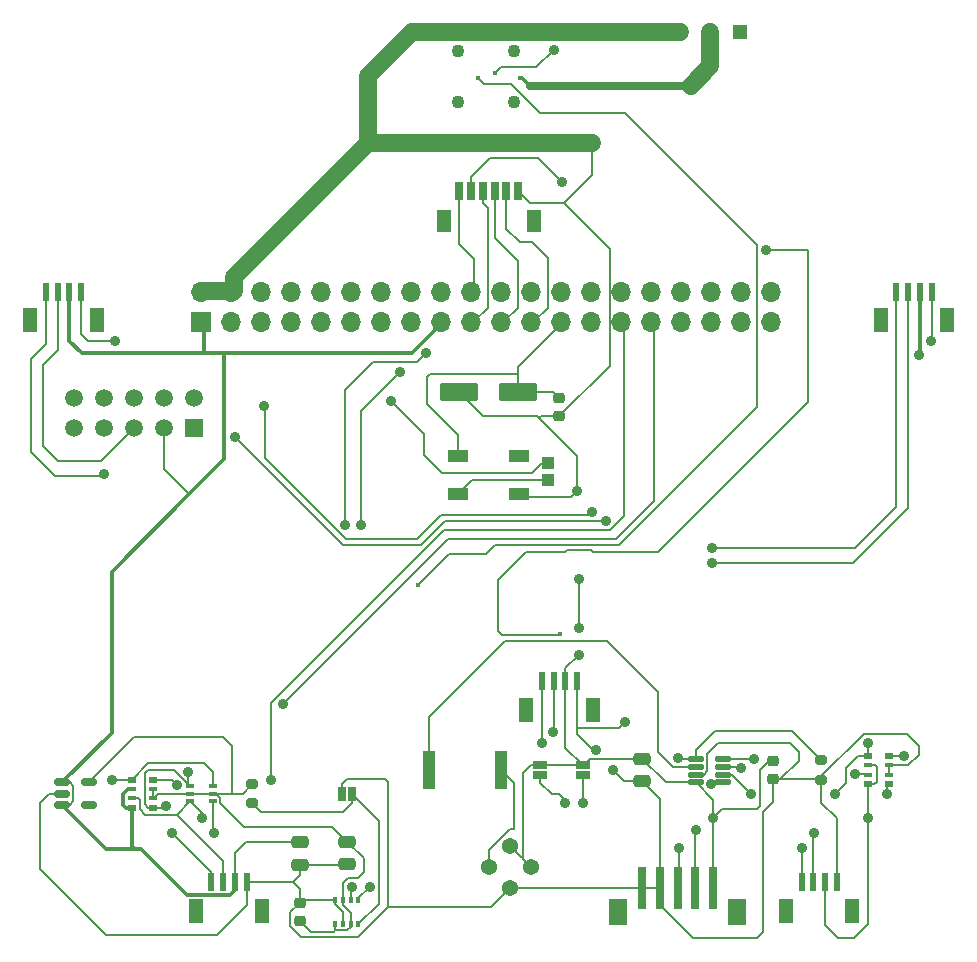
<source format=gtl>
%TF.GenerationSoftware,KiCad,Pcbnew,9.0.7*%
%TF.CreationDate,2026-01-09T12:44:47-06:00*%
%TF.ProjectId,dreamV1_0,64726561-6d56-4315-9f30-2e6b69636164,1*%
%TF.SameCoordinates,Original*%
%TF.FileFunction,Copper,L1,Top*%
%TF.FilePolarity,Positive*%
%FSLAX46Y46*%
G04 Gerber Fmt 4.6, Leading zero omitted, Abs format (unit mm)*
G04 Created by KiCad (PCBNEW 9.0.7) date 2026-01-09 12:44:47*
%MOMM*%
%LPD*%
G01*
G04 APERTURE LIST*
G04 Aperture macros list*
%AMRoundRect*
0 Rectangle with rounded corners*
0 $1 Rounding radius*
0 $2 $3 $4 $5 $6 $7 $8 $9 X,Y pos of 4 corners*
0 Add a 4 corners polygon primitive as box body*
4,1,4,$2,$3,$4,$5,$6,$7,$8,$9,$2,$3,0*
0 Add four circle primitives for the rounded corners*
1,1,$1+$1,$2,$3*
1,1,$1+$1,$4,$5*
1,1,$1+$1,$6,$7*
1,1,$1+$1,$8,$9*
0 Add four rect primitives between the rounded corners*
20,1,$1+$1,$2,$3,$4,$5,0*
20,1,$1+$1,$4,$5,$6,$7,0*
20,1,$1+$1,$6,$7,$8,$9,0*
20,1,$1+$1,$8,$9,$2,$3,0*%
G04 Aperture macros list end*
%TA.AperFunction,SMDPad,CuDef*%
%ADD10R,0.700000X3.600000*%
%TD*%
%TA.AperFunction,SMDPad,CuDef*%
%ADD11R,1.500000X2.300000*%
%TD*%
%TA.AperFunction,SMDPad,CuDef*%
%ADD12R,1.270000X0.635000*%
%TD*%
%TA.AperFunction,SMDPad,CuDef*%
%ADD13RoundRect,0.150000X-0.512500X-0.150000X0.512500X-0.150000X0.512500X0.150000X-0.512500X0.150000X0*%
%TD*%
%TA.AperFunction,SMDPad,CuDef*%
%ADD14R,0.350000X0.500000*%
%TD*%
%TA.AperFunction,SMDPad,CuDef*%
%ADD15RoundRect,0.225000X0.250000X-0.225000X0.250000X0.225000X-0.250000X0.225000X-0.250000X-0.225000X0*%
%TD*%
%TA.AperFunction,SMDPad,CuDef*%
%ADD16R,0.600000X1.550000*%
%TD*%
%TA.AperFunction,SMDPad,CuDef*%
%ADD17R,1.200000X2.000000*%
%TD*%
%TA.AperFunction,SMDPad,CuDef*%
%ADD18RoundRect,0.200000X0.275000X-0.200000X0.275000X0.200000X-0.275000X0.200000X-0.275000X-0.200000X0*%
%TD*%
%TA.AperFunction,SMDPad,CuDef*%
%ADD19R,0.660400X1.549400*%
%TD*%
%TA.AperFunction,SMDPad,CuDef*%
%ADD20R,1.193800X1.854200*%
%TD*%
%TA.AperFunction,SMDPad,CuDef*%
%ADD21RoundRect,0.250000X-0.475000X0.250000X-0.475000X-0.250000X0.475000X-0.250000X0.475000X0.250000X0*%
%TD*%
%TA.AperFunction,SMDPad,CuDef*%
%ADD22RoundRect,0.100000X-0.225000X-0.100000X0.225000X-0.100000X0.225000X0.100000X-0.225000X0.100000X0*%
%TD*%
%TA.AperFunction,SMDPad,CuDef*%
%ADD23RoundRect,0.125000X-0.537500X-0.125000X0.537500X-0.125000X0.537500X0.125000X-0.537500X0.125000X0*%
%TD*%
%TA.AperFunction,SMDPad,CuDef*%
%ADD24R,0.800000X0.500000*%
%TD*%
%TA.AperFunction,SMDPad,CuDef*%
%ADD25R,0.800000X0.400000*%
%TD*%
%TA.AperFunction,ComponentPad*%
%ADD26R,1.508000X1.508000*%
%TD*%
%TA.AperFunction,ComponentPad*%
%ADD27C,1.508000*%
%TD*%
%TA.AperFunction,ComponentPad*%
%ADD28C,1.295400*%
%TD*%
%TA.AperFunction,ComponentPad*%
%ADD29R,1.295400X1.295400*%
%TD*%
%TA.AperFunction,SMDPad,CuDef*%
%ADD30R,0.635000X1.270000*%
%TD*%
%TA.AperFunction,SMDPad,CuDef*%
%ADD31R,1.651000X1.000000*%
%TD*%
%TA.AperFunction,SMDPad,CuDef*%
%ADD32R,1.020000X1.040000*%
%TD*%
%TA.AperFunction,SMDPad,CuDef*%
%ADD33R,1.070000X3.270000*%
%TD*%
%TA.AperFunction,SMDPad,CuDef*%
%ADD34RoundRect,0.225000X-0.250000X0.225000X-0.250000X-0.225000X0.250000X-0.225000X0.250000X0.225000X0*%
%TD*%
%TA.AperFunction,SMDPad,CuDef*%
%ADD35RoundRect,0.197500X-1.402500X-0.592500X1.402500X-0.592500X1.402500X0.592500X-1.402500X0.592500X0*%
%TD*%
%TA.AperFunction,ComponentPad*%
%ADD36R,1.700000X1.700000*%
%TD*%
%TA.AperFunction,ComponentPad*%
%ADD37O,1.700000X1.700000*%
%TD*%
%TA.AperFunction,ComponentPad*%
%ADD38C,1.371600*%
%TD*%
%TA.AperFunction,ComponentPad*%
%ADD39C,1.100000*%
%TD*%
%TA.AperFunction,ViaPad*%
%ADD40C,0.900000*%
%TD*%
%TA.AperFunction,ViaPad*%
%ADD41C,0.400000*%
%TD*%
%TA.AperFunction,Conductor*%
%ADD42C,0.200000*%
%TD*%
%TA.AperFunction,Conductor*%
%ADD43C,0.150000*%
%TD*%
%TA.AperFunction,Conductor*%
%ADD44C,1.500000*%
%TD*%
%TA.AperFunction,Conductor*%
%ADD45C,0.300000*%
%TD*%
%TA.AperFunction,Conductor*%
%ADD46C,0.700000*%
%TD*%
G04 APERTURE END LIST*
D10*
%TO.P,J3,1*%
%TO.N,+5V*%
X109000000Y-124950000D03*
%TO.P,J3,2*%
%TO.N,/GPIO27{slash}SDA3*%
X107500000Y-124950000D03*
%TO.P,J3,3*%
%TO.N,/GPIO22{slash}SCL3*%
X106000000Y-124950000D03*
%TO.P,J3,4*%
%TO.N,GND*%
X104500000Y-124950000D03*
%TO.P,J3,5*%
X103000000Y-124950000D03*
D11*
%TO.P,J3,Z1*%
%TO.N,N/C*%
X111050000Y-127000000D03*
%TO.P,J3,Z2*%
X100950000Y-127000000D03*
%TD*%
D12*
%TO.P,JP3,1,A*%
%TO.N,/INA_ADD1*%
X98000000Y-115406400D03*
%TO.P,JP3,2,B*%
%TO.N,+5V*%
X98000000Y-114593600D03*
%TD*%
D13*
%TO.P,U1,1,VIN*%
%TO.N,+3V3*%
X53862500Y-116050000D03*
%TO.P,U1,2,GND*%
%TO.N,GND*%
X53862500Y-117000000D03*
%TO.P,U1,3,EN*%
%TO.N,+3V3*%
X53862500Y-117950000D03*
%TO.P,U1,4,NC*%
%TO.N,unconnected-(U1-NC-Pad4)*%
X56137500Y-117950000D03*
%TO.P,U1,5,VOUT*%
%TO.N,BME_3V3*%
X56137500Y-116050000D03*
%TD*%
D14*
%TO.P,U2,1,GND*%
%TO.N,GND*%
X77025000Y-125975000D03*
%TO.P,U2,2,CSB*%
%TO.N,BME_3V3*%
X77675000Y-125975000D03*
%TO.P,U2,3,SDI*%
%TO.N,/BME_SDA*%
X78325000Y-125975000D03*
%TO.P,U2,4,SCK*%
%TO.N,/BME_SCL*%
X78975000Y-125975000D03*
%TO.P,U2,5,SDO*%
%TO.N,/BME_ADD*%
X78975000Y-128025000D03*
%TO.P,U2,6,VDDIO*%
%TO.N,BME_3V3*%
X78325000Y-128025000D03*
%TO.P,U2,7,GND*%
%TO.N,GND*%
X77675000Y-128025000D03*
%TO.P,U2,8,VDD*%
%TO.N,BME_3V3*%
X77025000Y-128025000D03*
%TD*%
D15*
%TO.P,C6,1*%
%TO.N,+5V*%
X96000000Y-85061050D03*
%TO.P,C6,2*%
%TO.N,GND*%
X96000000Y-83511050D03*
%TD*%
D16*
%TO.P,J4,1,Pin_1*%
%TO.N,GND*%
X119500000Y-124489000D03*
%TO.P,J4,2,Pin_2*%
%TO.N,+5V*%
X118500000Y-124489000D03*
%TO.P,J4,3,Pin_3*%
%TO.N,/GPIO27{slash}SDA3*%
X117500000Y-124489000D03*
%TO.P,J4,4,Pin_4*%
%TO.N,/GPIO22{slash}SCL3*%
X116500000Y-124489000D03*
D17*
%TO.P,J4,NC1,NC*%
%TO.N,unconnected-(J4-NC-PadNC1)*%
X120800000Y-126914000D03*
%TO.P,J4,NC2,NC*%
%TO.N,unconnected-(J4-NC-PadNC2)*%
X115200000Y-126914000D03*
%TD*%
D18*
%TO.P,R2,1*%
%TO.N,/BME_ADD*%
X70000000Y-117825000D03*
%TO.P,R2,2*%
%TO.N,BME_3V3*%
X70000000Y-116175000D03*
%TD*%
D19*
%TO.P,J7,1,1*%
%TO.N,+5V*%
X92500000Y-66000000D03*
%TO.P,J7,2,2*%
%TO.N,/GPIO11{slash}SPI0.SCLK*%
X91500000Y-66000000D03*
%TO.P,J7,3,3*%
%TO.N,/GPIO9{slash}SPI0.MISO*%
X90499999Y-66000000D03*
%TO.P,J7,4,4*%
%TO.N,/GPIO10{slash}SPI0.MOSI*%
X89500001Y-66000000D03*
%TO.P,J7,5,5*%
%TO.N,/GPIO8{slash}SPI0.CE0*%
X88500000Y-66000000D03*
%TO.P,J7,6,6*%
%TO.N,GND*%
X87500000Y-66000000D03*
D20*
%TO.P,J7,7*%
%TO.N,N/C*%
X86200000Y-68525014D03*
%TO.P,J7,8*%
X93800000Y-68525014D03*
%TD*%
D21*
%TO.P,C4,1*%
%TO.N,+5V*%
X103000000Y-114050000D03*
%TO.P,C4,2*%
%TO.N,GND*%
X103000000Y-115950000D03*
%TD*%
D22*
%TO.P,Q1,1,S*%
%TO.N,/BME_SCL*%
X64746667Y-116350000D03*
%TO.P,Q1,2,G*%
%TO.N,BME_3V3*%
X64746667Y-117000000D03*
%TO.P,Q1,3,D*%
%TO.N,/GPIO5{slash}SDA5*%
X64746667Y-117650000D03*
%TO.P,Q1,4,S*%
%TO.N,/BME_SDA*%
X66646667Y-117650000D03*
%TO.P,Q1,5,G*%
%TO.N,BME_3V3*%
X66646667Y-117000000D03*
%TO.P,Q1,6,D*%
%TO.N,/GPIO6{slash}SCL5*%
X66646667Y-116350000D03*
%TD*%
D23*
%TO.P,U3,1,IN+*%
%TO.N,/INA+*%
X107530000Y-114100000D03*
%TO.P,U3,2,IN-*%
%TO.N,Net-(U3-IN-)*%
X107530000Y-114750000D03*
%TO.P,U3,3,GND*%
%TO.N,GND*%
X107530000Y-115400000D03*
%TO.P,U3,4,VS*%
%TO.N,+5V*%
X107530000Y-116050000D03*
%TO.P,U3,5,SCL*%
%TO.N,/GPIO24{slash}SCL4*%
X109805000Y-116050000D03*
%TO.P,U3,6,SDA*%
%TO.N,/GPIO23{slash}SDA4*%
X109805000Y-115400000D03*
%TO.P,U3,7,A0*%
%TO.N,/INA_ADD0*%
X109805000Y-114750000D03*
%TO.P,U3,8,A1*%
%TO.N,/INA_ADD1*%
X109805000Y-114100000D03*
%TD*%
D16*
%TO.P,J2,1,Pin_1*%
%TO.N,GND*%
X69500000Y-124489000D03*
%TO.P,J2,2,Pin_2*%
%TO.N,+3V3*%
X68500000Y-124489000D03*
%TO.P,J2,3,Pin_3*%
%TO.N,/GPIO5{slash}SDA5*%
X67500000Y-124489000D03*
%TO.P,J2,4,Pin_4*%
%TO.N,/GPIO6{slash}SCL5*%
X66500000Y-124489000D03*
D17*
%TO.P,J2,NC1,NC*%
%TO.N,unconnected-(J2-NC-PadNC1)*%
X70800000Y-126914000D03*
%TO.P,J2,NC2,NC*%
%TO.N,unconnected-(J2-NC-PadNC2)*%
X65200000Y-126914000D03*
%TD*%
D24*
%TO.P,R5,1*%
%TO.N,/GPIO23{slash}SDA4*%
X122100000Y-113800000D03*
D25*
%TO.P,R5,2*%
%TO.N,+5V*%
X122100000Y-114600000D03*
%TO.P,R5,3*%
%TO.N,/GPIO24{slash}SCL4*%
X122100000Y-115400000D03*
D24*
%TO.P,R5,4*%
%TO.N,+5V*%
X122100000Y-116200000D03*
%TO.P,R5,5*%
%TO.N,/INA_ADD0*%
X123900000Y-116200000D03*
D25*
%TO.P,R5,6*%
%TO.N,GND*%
X123900000Y-115400000D03*
%TO.P,R5,7*%
X123900000Y-114600000D03*
D24*
%TO.P,R5,8*%
%TO.N,/INA_ADD1*%
X123900000Y-113800000D03*
%TD*%
D26*
%TO.P,J5,1,1*%
%TO.N,GND*%
X65080000Y-86020000D03*
D27*
%TO.P,J5,2,2*%
%TO.N,unconnected-(J5-Pad2)*%
X65080000Y-83480000D03*
%TO.P,J5,3,3*%
%TO.N,+3V3*%
X62540000Y-86020000D03*
%TO.P,J5,4,4*%
%TO.N,GND*%
X62540000Y-83480000D03*
%TO.P,J5,5,5*%
%TO.N,/GPIO14{slash}TXD0*%
X60000000Y-86020000D03*
%TO.P,J5,6,6*%
%TO.N,GND*%
X60000000Y-83480000D03*
%TO.P,J5,7,7*%
%TO.N,/GPIO15{slash}RXD0*%
X57460000Y-86020000D03*
%TO.P,J5,8,8*%
%TO.N,unconnected-(J5-Pad8)*%
X57460000Y-83480000D03*
%TO.P,J5,9,9*%
%TO.N,unconnected-(J5-Pad9)*%
X54920000Y-86020000D03*
%TO.P,J5,10,10*%
%TO.N,unconnected-(J5-Pad10)*%
X54920000Y-83480000D03*
%TD*%
D28*
%TO.P,S1,1,com*%
%TO.N,/5V_BUS_USB*%
X108760000Y-52500000D03*
%TO.P,S1,2,A*%
%TO.N,+5V*%
X106220000Y-52500000D03*
D29*
%TO.P,S1,3,B*%
%TO.N,unconnected-(S1-B-Pad3)*%
X111300000Y-52500000D03*
%TD*%
D30*
%TO.P,JP1,1,A*%
%TO.N,GND*%
X77593600Y-117000000D03*
%TO.P,JP1,2,B*%
%TO.N,/BME_ADD*%
X78406400Y-117000000D03*
%TD*%
D31*
%TO.P,D1,1,VDD*%
%TO.N,+5V*%
X92577000Y-91600000D03*
%TO.P,D1,2,DOUT*%
%TO.N,unconnected-(D1-DOUT-Pad2)*%
X92577000Y-88400000D03*
%TO.P,D1,3,VSS*%
%TO.N,GND*%
X87423000Y-88400000D03*
%TO.P,D1,4,DIN*%
%TO.N,Net-(D1-DIN)*%
X87423000Y-91600000D03*
%TD*%
D12*
%TO.P,JP2,1,A*%
%TO.N,/INA_ADD0*%
X94386400Y-115406400D03*
%TO.P,JP2,2,B*%
%TO.N,+5V*%
X94386400Y-114593600D03*
%TD*%
D16*
%TO.P,J9,1,Pin_1*%
%TO.N,GND*%
X127500000Y-74489000D03*
%TO.P,J9,2,Pin_2*%
%TO.N,+3V3*%
X126500000Y-74489000D03*
%TO.P,J9,3,Pin_3*%
%TO.N,/GPIO2{slash}SDA1*%
X125500000Y-74489000D03*
%TO.P,J9,4,Pin_4*%
%TO.N,/GPIO3{slash}SCL1*%
X124500000Y-74489000D03*
D17*
%TO.P,J9,NC1,NC*%
%TO.N,unconnected-(J9-NC-PadNC1)*%
X128800000Y-76914000D03*
%TO.P,J9,NC2,NC*%
%TO.N,unconnected-(J9-NC-PadNC2)*%
X123200000Y-76914000D03*
%TD*%
D24*
%TO.P,R1,1*%
%TO.N,/GPIO6{slash}SCL5*%
X59773333Y-115800000D03*
D25*
%TO.P,R1,2*%
%TO.N,+3V3*%
X59773333Y-116600000D03*
%TO.P,R1,3*%
%TO.N,/GPIO5{slash}SDA5*%
X59773333Y-117400000D03*
D24*
%TO.P,R1,4*%
%TO.N,+3V3*%
X59773333Y-118200000D03*
%TO.P,R1,5*%
%TO.N,/BME_SCL*%
X61573333Y-118200000D03*
D25*
%TO.P,R1,6*%
%TO.N,BME_3V3*%
X61573333Y-117400000D03*
%TO.P,R1,7*%
X61573333Y-116600000D03*
D24*
%TO.P,R1,8*%
%TO.N,/BME_SDA*%
X61573333Y-115800000D03*
%TD*%
D32*
%TO.P,R8,1*%
%TO.N,Net-(D1-DIN)*%
X95000000Y-90470000D03*
%TO.P,R8,2*%
%TO.N,/GPIO18{slash}PCM.CLK*%
X95000000Y-89000000D03*
%TD*%
D21*
%TO.P,C2,1*%
%TO.N,+3V3*%
X74000000Y-121100000D03*
%TO.P,C2,2*%
%TO.N,GND*%
X74000000Y-123000000D03*
%TD*%
%TO.P,C3,1*%
%TO.N,BME_3V3*%
X78000000Y-121050000D03*
%TO.P,C3,2*%
%TO.N,GND*%
X78000000Y-122950000D03*
%TD*%
D33*
%TO.P,R4,1*%
%TO.N,/INA+*%
X91055000Y-115000000D03*
%TO.P,R4,2*%
%TO.N,Net-(U3-IN-)*%
X84945000Y-115000000D03*
%TD*%
D34*
%TO.P,C5,1*%
%TO.N,+5V*%
X114085000Y-114225000D03*
%TO.P,C5,2*%
%TO.N,GND*%
X114085000Y-115775000D03*
%TD*%
D18*
%TO.P,R3,1*%
%TO.N,GND*%
X118182500Y-115825000D03*
%TO.P,R3,2*%
%TO.N,/INA+*%
X118182500Y-114175000D03*
%TD*%
D16*
%TO.P,J6,1,Pin_1*%
%TO.N,GND*%
X55500000Y-74489000D03*
%TO.P,J6,2,Pin_2*%
%TO.N,+3V3*%
X54500000Y-74489000D03*
%TO.P,J6,3,Pin_3*%
%TO.N,/GPIO14{slash}TXD0*%
X53500000Y-74489000D03*
%TO.P,J6,4,Pin_4*%
%TO.N,/GPIO15{slash}RXD0*%
X52500000Y-74489000D03*
D17*
%TO.P,J6,NC1,NC*%
%TO.N,unconnected-(J6-NC-PadNC1)*%
X56800000Y-76914000D03*
%TO.P,J6,NC2,NC*%
%TO.N,unconnected-(J6-NC-PadNC2)*%
X51200000Y-76914000D03*
%TD*%
D35*
%TO.P,C7,N*%
%TO.N,GND*%
X92495000Y-83000000D03*
%TO.P,C7,P*%
%TO.N,+5V*%
X87505000Y-83000000D03*
%TD*%
D15*
%TO.P,C1,1*%
%TO.N,BME_3V3*%
X74000000Y-127775000D03*
%TO.P,C1,2*%
%TO.N,GND*%
X74000000Y-126225000D03*
%TD*%
D16*
%TO.P,J8,1,Pin_1*%
%TO.N,GND*%
X97500000Y-107489000D03*
%TO.P,J8,2,Pin_2*%
%TO.N,+5V*%
X96500000Y-107489000D03*
%TO.P,J8,3,Pin_3*%
%TO.N,/GPIO23{slash}SDA4*%
X95500000Y-107489000D03*
%TO.P,J8,4,Pin_4*%
%TO.N,/GPIO24{slash}SCL4*%
X94500000Y-107489000D03*
D17*
%TO.P,J8,NC1,NC*%
%TO.N,unconnected-(J8-NC-PadNC1)*%
X98800000Y-109914000D03*
%TO.P,J8,NC2,NC*%
%TO.N,unconnected-(J8-NC-PadNC2)*%
X93200000Y-109914000D03*
%TD*%
D36*
%TO.P,J1,1,Pin_1*%
%TO.N,+3V3*%
X65680000Y-77040000D03*
D37*
%TO.P,J1,2,Pin_2*%
%TO.N,+5V*%
X65680000Y-74500000D03*
%TO.P,J1,3,Pin_3*%
%TO.N,/GPIO2{slash}SDA1*%
X68220000Y-77040000D03*
%TO.P,J1,4,Pin_4*%
%TO.N,+5V*%
X68220000Y-74500000D03*
%TO.P,J1,5,Pin_5*%
%TO.N,/GPIO3{slash}SCL1*%
X70760000Y-77040000D03*
%TO.P,J1,6,Pin_6*%
%TO.N,GND*%
X70760000Y-74500000D03*
%TO.P,J1,7,Pin_7*%
%TO.N,/GPIO4{slash}GPCLK0*%
X73300000Y-77040000D03*
%TO.P,J1,8,Pin_8*%
%TO.N,/GPIO14{slash}TXD0*%
X73300000Y-74500000D03*
%TO.P,J1,9,Pin_9*%
%TO.N,GND*%
X75840000Y-77040000D03*
%TO.P,J1,10,Pin_10*%
%TO.N,/GPIO15{slash}RXD0*%
X75840000Y-74500000D03*
%TO.P,J1,11,Pin_11*%
%TO.N,/GPIO17*%
X78380000Y-77040000D03*
%TO.P,J1,12,Pin_12*%
%TO.N,/GPIO18{slash}PCM.CLK*%
X78380000Y-74500000D03*
%TO.P,J1,13,Pin_13*%
%TO.N,/GPIO27{slash}SDA3*%
X80920000Y-77040000D03*
%TO.P,J1,14,Pin_14*%
%TO.N,GND*%
X80920000Y-74500000D03*
%TO.P,J1,15,Pin_15*%
%TO.N,/GPIO22{slash}SCL3*%
X83460000Y-77040000D03*
%TO.P,J1,16,Pin_16*%
%TO.N,/GPIO23{slash}SDA4*%
X83460000Y-74500000D03*
%TO.P,J1,17,Pin_17*%
%TO.N,+3V3*%
X86000000Y-77040000D03*
%TO.P,J1,18,Pin_18*%
%TO.N,/GPIO24{slash}SCL4*%
X86000000Y-74500000D03*
%TO.P,J1,19,Pin_19*%
%TO.N,/GPIO10{slash}SPI0.MOSI*%
X88540000Y-77040000D03*
%TO.P,J1,20,Pin_20*%
%TO.N,GND*%
X88540000Y-74500000D03*
%TO.P,J1,21,Pin_21*%
%TO.N,/GPIO9{slash}SPI0.MISO*%
X91080000Y-77040000D03*
%TO.P,J1,22,Pin_22*%
%TO.N,/GPIO25{slash}SDA6*%
X91080000Y-74500000D03*
%TO.P,J1,23,Pin_23*%
%TO.N,/GPIO11{slash}SPI0.SCLK*%
X93620000Y-77040000D03*
%TO.P,J1,24,Pin_24*%
%TO.N,/GPIO8{slash}SPI0.CE0*%
X93620000Y-74500000D03*
%TO.P,J1,25,Pin_25*%
%TO.N,GND*%
X96160000Y-77040000D03*
%TO.P,J1,26,Pin_26*%
%TO.N,/GPIO7{slash}SPI0.CE1*%
X96160000Y-74500000D03*
%TO.P,J1,27,Pin_27*%
%TO.N,/ID_SDA*%
X98700000Y-77040000D03*
%TO.P,J1,28,Pin_28*%
%TO.N,/ID_SCL*%
X98700000Y-74500000D03*
%TO.P,J1,29,Pin_29*%
%TO.N,/GPIO5{slash}SDA5*%
X101240000Y-77040000D03*
%TO.P,J1,30,Pin_30*%
%TO.N,GND*%
X101240000Y-74500000D03*
%TO.P,J1,31,Pin_31*%
%TO.N,/GPIO6{slash}SCL5*%
X103780000Y-77040000D03*
%TO.P,J1,32,Pin_32*%
%TO.N,/GPIO12{slash}PWM0*%
X103780000Y-74500000D03*
%TO.P,J1,33,Pin_33*%
%TO.N,/GPIO13{slash}PWM1*%
X106320000Y-77040000D03*
%TO.P,J1,34,Pin_34*%
%TO.N,GND*%
X106320000Y-74500000D03*
%TO.P,J1,35,Pin_35*%
%TO.N,/GPIO19{slash}PCM.FS*%
X108860000Y-77040000D03*
%TO.P,J1,36,Pin_36*%
%TO.N,/GPIO16*%
X108860000Y-74500000D03*
%TO.P,J1,37,Pin_37*%
%TO.N,/GPIO26{slash}SCL6*%
X111400000Y-77040000D03*
%TO.P,J1,38,Pin_38*%
%TO.N,/GPIO20{slash}PCM.DIN*%
X111400000Y-74500000D03*
%TO.P,J1,39,Pin_39*%
%TO.N,GND*%
X113940000Y-77040000D03*
%TO.P,J1,40,Pin_40*%
%TO.N,/GPIO21{slash}PCM.DOUT*%
X113940000Y-74500000D03*
%TD*%
D38*
%TO.P,IC1,1,HEATER_1*%
%TO.N,GND*%
X91800000Y-125000000D03*
%TO.P,IC1,2,SENSOR_ELECTRODE_(-)*%
%TO.N,/INA+*%
X90000001Y-123200000D03*
%TO.P,IC1,3,SENSOR_ELECTRODE_(+)*%
%TO.N,+5V*%
X91800000Y-121400001D03*
%TO.P,IC1,4,HEATER_2*%
X93599999Y-123200000D03*
%TD*%
D39*
%TO.P,J11,7,SHIELD__6*%
%TO.N,GND*%
X92180000Y-54150000D03*
%TO.P,J11,8,SHIELD__7*%
X87380000Y-54150000D03*
%TO.P,J11,9,SHIELD__8*%
X92180000Y-58450000D03*
%TO.P,J11,10,SHIELD__9*%
X87380000Y-58450000D03*
%TD*%
D40*
%TO.N,GND*%
X101524000Y-110922000D03*
X58344000Y-78664000D03*
X127432000Y-78664000D03*
X99111000Y-113300000D03*
X100508000Y-114986000D03*
%TO.N,/GPIO2{slash}SDA1*%
X99977669Y-93881669D03*
X68504000Y-86792000D03*
X108890000Y-97460000D03*
%TO.N,/GPIO3{slash}SCL1*%
X70980000Y-84188000D03*
X98730000Y-93154000D03*
X108890000Y-96190000D03*
%TO.N,/GPIO15{slash}RXD0*%
X57460000Y-89962000D03*
%TO.N,/GPIO18{slash}PCM.CLK*%
X81712000Y-83744000D03*
%TO.N,/GPIO22{slash}SCL3*%
X106096000Y-121590000D03*
X116560800Y-121590000D03*
%TO.N,/GPIO5{slash}SDA5*%
X65710000Y-119050000D03*
X71552000Y-115875000D03*
%TO.N,/GPIO24{slash}SCL4*%
X77851200Y-94285000D03*
X120980400Y-115341600D03*
X84709200Y-79680000D03*
X94500000Y-112686400D03*
X108842499Y-116173110D03*
%TO.N,/GPIO27{slash}SDA3*%
X107518400Y-120066000D03*
X117526000Y-120320000D03*
%TO.N,/GPIO23{slash}SDA4*%
X119304000Y-117030000D03*
X112204000Y-117030000D03*
X82524800Y-81254800D03*
X95428000Y-111799000D03*
X79172000Y-94285000D03*
X122113981Y-112688000D03*
%TO.N,/GPIO8{slash}SPI0.CE0*%
X96190000Y-65202000D03*
%TO.N,/GPIO6{slash}SCL5*%
X72568000Y-109398000D03*
X63170000Y-120320000D03*
X58090000Y-115875000D03*
%TO.N,+5V*%
X97663200Y-102946400D03*
X97612400Y-98780800D03*
X97460000Y-91364000D03*
X122100000Y-119050000D03*
X97612400Y-105283200D03*
X109000000Y-119050000D03*
%TO.N,+3V3*%
X126466800Y-79832400D03*
%TO.N,/BME_SCL*%
X62662000Y-118046000D03*
X79934000Y-124892000D03*
X64541600Y-115189200D03*
%TO.N,/BME_SDA*%
X78425000Y-124892000D03*
X66726000Y-120320000D03*
X63586008Y-116250000D03*
%TO.N,/INA+*%
X105994400Y-114000000D03*
%TO.N,/INA_ADD0*%
X96444000Y-117780000D03*
X123726669Y-117030000D03*
X111368027Y-114850000D03*
%TO.N,/INA_ADD1*%
X112446000Y-114071600D03*
X98018800Y-117780000D03*
X125146000Y-113850000D03*
D41*
%TO.N,/5V_BUS_USB*%
X92691976Y-56420002D03*
%TO.N,Net-(J11-CC1)*%
X96037600Y-103505200D03*
D40*
X113500000Y-71000000D03*
X95500000Y-54000000D03*
D41*
X90559400Y-55950000D03*
%TO.N,Net-(J11-CC2)*%
X89086200Y-56425000D03*
X84048800Y-99288800D03*
%TD*%
D42*
%TO.N,GND*%
X74000000Y-125054000D02*
X73435000Y-124489000D01*
X84760000Y-83998000D02*
X84760000Y-81712000D01*
X98822000Y-113300000D02*
X97500000Y-111978000D01*
X127500000Y-78596000D02*
X127432000Y-78664000D01*
X125400000Y-111938000D02*
X121780500Y-111938000D01*
X103000000Y-115950000D02*
X104320000Y-117270000D01*
X97500000Y-111978000D02*
X97500000Y-111430000D01*
X84760000Y-81712000D02*
X85014000Y-81458000D01*
X121780500Y-111938000D02*
X118182500Y-115536000D01*
X113208000Y-118542000D02*
X114085000Y-117665000D01*
X103000000Y-124950000D02*
X104500000Y-124950000D01*
X69500000Y-126436000D02*
X66980000Y-128956000D01*
X77593600Y-117000000D02*
X77593600Y-116165000D01*
X74000000Y-123924000D02*
X74000000Y-123000000D01*
X69500000Y-124489000D02*
X69500000Y-126436000D01*
X51994000Y-117780000D02*
X52774000Y-117000000D01*
X92495000Y-81585000D02*
X92495000Y-83000000D01*
X101524000Y-110922000D02*
X101016000Y-111430000D01*
X102950000Y-125000000D02*
X103000000Y-124950000D01*
X90231000Y-126569000D02*
X81458000Y-126569000D01*
X78010600Y-115748000D02*
X81204000Y-115748000D01*
X126416000Y-113716000D02*
X126416000Y-112954000D01*
X96380000Y-77000000D02*
X92495000Y-80885000D01*
X77025000Y-126352000D02*
X77025000Y-125975000D01*
X73435000Y-124489000D02*
X74000000Y-123924000D01*
X91800000Y-125000000D02*
X90231000Y-126569000D01*
X104500000Y-124950000D02*
X104500000Y-117450000D01*
X116256000Y-113462000D02*
X115494000Y-112700000D01*
X97500000Y-111430000D02*
X97500000Y-107489000D01*
X104500000Y-126400000D02*
X107310000Y-129210000D01*
X115494000Y-112700000D02*
X109398000Y-112700000D01*
X127500000Y-74489000D02*
X127500000Y-78596000D01*
X123900000Y-115400000D02*
X123900000Y-114600000D01*
X58344000Y-78664000D02*
X56058000Y-78664000D01*
X74000000Y-126225000D02*
X74000000Y-125054000D01*
X113208000Y-128702000D02*
X113208000Y-118542000D01*
X77950000Y-123000000D02*
X78000000Y-122950000D01*
X126416000Y-112954000D02*
X125400000Y-111938000D01*
X108192499Y-115400000D02*
X107530000Y-115400000D01*
X103000000Y-115950000D02*
X101472000Y-115950000D01*
X91800000Y-125000000D02*
X102950000Y-125000000D01*
X109398000Y-112700000D02*
X108493500Y-113604500D01*
X92495000Y-83000000D02*
X95488950Y-83000000D01*
X87423000Y-88400000D02*
X87423000Y-86661000D01*
X77025000Y-125975000D02*
X74250000Y-125975000D01*
X55500000Y-78106000D02*
X55500000Y-74489000D01*
X77675000Y-127002000D02*
X77025000Y-126352000D01*
X57582000Y-128956000D02*
X51994000Y-123368000D01*
X73224000Y-127001000D02*
X74000000Y-126225000D01*
X104500000Y-124950000D02*
X104500000Y-126400000D01*
X77593600Y-116165000D02*
X78010600Y-115748000D01*
X80315000Y-115748000D02*
X81204000Y-115748000D01*
X101472000Y-115950000D02*
X100508000Y-114986000D01*
X118182500Y-115825000D02*
X117857000Y-115825000D01*
X114705000Y-115775000D02*
X116256000Y-114224000D01*
X114085000Y-117665000D02*
X114085000Y-115775000D01*
X56058000Y-78664000D02*
X55500000Y-78106000D01*
X88760000Y-74460000D02*
X88760000Y-71742000D01*
X119500000Y-124489000D02*
X119500000Y-119097500D01*
X107310000Y-129210000D02*
X112700000Y-129210000D01*
X123900000Y-114600000D02*
X125532000Y-114600000D01*
X87423000Y-86661000D02*
X84760000Y-83998000D01*
X78924000Y-129103000D02*
X74102890Y-129103000D01*
X73224000Y-128224110D02*
X73224000Y-127001000D01*
X99111000Y-113300000D02*
X98822000Y-113300000D01*
X125532000Y-114600000D02*
X126416000Y-113716000D01*
X104500000Y-117450000D02*
X104320000Y-117270000D01*
X74250000Y-125975000D02*
X74000000Y-126225000D01*
X85014000Y-81458000D02*
X92368000Y-81458000D01*
X73435000Y-124489000D02*
X72511000Y-124489000D01*
X117857000Y-115825000D02*
X117807000Y-115775000D01*
X52774000Y-117000000D02*
X53862500Y-117000000D01*
X116256000Y-114224000D02*
X116256000Y-113462000D01*
X69500000Y-124489000D02*
X72511000Y-124489000D01*
X118182500Y-117780000D02*
X118182500Y-115825000D01*
X112700000Y-129210000D02*
X113208000Y-128702000D01*
X87500000Y-70482000D02*
X87500000Y-66000000D01*
X51994000Y-123368000D02*
X51994000Y-117780000D01*
X81458000Y-126569000D02*
X78924000Y-129103000D01*
X81458000Y-116002000D02*
X81458000Y-126569000D01*
X108493500Y-113604500D02*
X108493500Y-115098999D01*
X108493500Y-115098999D02*
X108192499Y-115400000D01*
X77675000Y-128025000D02*
X77675000Y-127002000D01*
X92368000Y-81458000D02*
X92495000Y-81585000D01*
X74000000Y-123000000D02*
X77950000Y-123000000D01*
X117807000Y-115775000D02*
X114085000Y-115775000D01*
X74102890Y-129103000D02*
X73224000Y-128224110D01*
X119500000Y-119097500D02*
X118182500Y-117780000D01*
X81204000Y-115748000D02*
X81458000Y-116002000D01*
X101016000Y-111430000D02*
X97500000Y-111430000D01*
X88760000Y-71742000D02*
X87500000Y-70482000D01*
X95488950Y-83000000D02*
X96000000Y-83511050D01*
X92495000Y-80885000D02*
X92495000Y-81585000D01*
X118182500Y-115536000D02*
X118182500Y-115825000D01*
X66980000Y-128956000D02*
X57582000Y-128956000D01*
X114085000Y-115775000D02*
X114705000Y-115775000D01*
%TO.N,/GPIO2{slash}SDA1*%
X77648000Y-95936000D02*
X84252000Y-95936000D01*
X68504000Y-86792000D02*
X77648000Y-95936000D01*
X84252000Y-95936000D02*
X86284000Y-93904000D01*
X120828000Y-97460000D02*
X125500000Y-92788000D01*
X100000000Y-93904000D02*
X99977669Y-93881669D01*
X125500000Y-92788000D02*
X125500000Y-74489000D01*
X108890000Y-97460000D02*
X120828000Y-97460000D01*
X86284000Y-93904000D02*
X100000000Y-93904000D01*
%TO.N,/GPIO3{slash}SCL1*%
X86000450Y-93396000D02*
X98730000Y-93396000D01*
X83968450Y-95428000D02*
X86000450Y-93396000D01*
X71044000Y-88570000D02*
X77902000Y-95428000D01*
X71044000Y-84252000D02*
X71044000Y-88570000D01*
X98730000Y-93396000D02*
X98730000Y-93154000D01*
X121060000Y-96190000D02*
X124500000Y-92750000D01*
X124500000Y-92750000D02*
X124500000Y-74489000D01*
X70980000Y-84188000D02*
X71044000Y-84252000D01*
X108890000Y-96190000D02*
X121060000Y-96190000D01*
X77902000Y-95428000D02*
X83968450Y-95428000D01*
%TO.N,/GPIO14{slash}TXD0*%
X52248000Y-87554000D02*
X53518000Y-88824000D01*
X52248000Y-80696000D02*
X52248000Y-87554000D01*
X53500000Y-74489000D02*
X53500000Y-79444000D01*
X53518000Y-88824000D02*
X57196000Y-88824000D01*
X57196000Y-88824000D02*
X60000000Y-86020000D01*
X53500000Y-79444000D02*
X52248000Y-80696000D01*
%TO.N,/GPIO15{slash}RXD0*%
X51232000Y-80188000D02*
X52500000Y-78920000D01*
X52500000Y-78920000D02*
X52500000Y-74489000D01*
X53264000Y-90094000D02*
X51232000Y-88062000D01*
X51232000Y-88062000D02*
X51232000Y-80188000D01*
X57460000Y-89962000D02*
X57328000Y-90094000D01*
X57328000Y-90094000D02*
X53264000Y-90094000D01*
%TO.N,/GPIO18{slash}PCM.CLK*%
X84506000Y-88316000D02*
X84506000Y-86538000D01*
X93650000Y-89840000D02*
X86030000Y-89840000D01*
X84506000Y-86538000D02*
X81712000Y-83744000D01*
X95000000Y-89000000D02*
X94490000Y-89000000D01*
X86030000Y-89840000D02*
X84506000Y-88316000D01*
X94490000Y-89000000D02*
X93650000Y-89840000D01*
%TO.N,BME_3V3*%
X68250000Y-117000000D02*
X69175000Y-117000000D01*
X67272667Y-117381130D02*
X67040537Y-117149000D01*
X77025000Y-128563000D02*
X76886000Y-128702000D01*
X78113925Y-124141000D02*
X78907000Y-124141000D01*
X77675000Y-126423000D02*
X77675000Y-125975000D01*
X78325000Y-128279000D02*
X78325000Y-128025000D01*
X68250000Y-117000000D02*
X68250000Y-112954000D01*
X78907000Y-124141000D02*
X79426000Y-123622000D01*
X78000000Y-121050000D02*
X76762000Y-119812000D01*
X77675000Y-125204075D02*
X77674000Y-125203075D01*
X61973333Y-117000000D02*
X64746667Y-117000000D01*
X69266000Y-119812000D02*
X67272667Y-117818667D01*
X77674000Y-124580925D02*
X78113925Y-124141000D01*
X67272667Y-117818667D02*
X67272667Y-117381130D01*
X68250000Y-112954000D02*
X67488000Y-112192000D01*
X79426000Y-123622000D02*
X79426000Y-122476000D01*
X59995500Y-112192000D02*
X56137500Y-116050000D01*
X64746667Y-117000000D02*
X66646667Y-117000000D01*
X76762000Y-119812000D02*
X69266000Y-119812000D01*
X77025000Y-128025000D02*
X77025000Y-128563000D01*
X77674000Y-125203075D02*
X77674000Y-124580925D01*
X67488000Y-112192000D02*
X59995500Y-112192000D01*
X76886000Y-128702000D02*
X74927000Y-128702000D01*
X61573333Y-117400000D02*
X61973333Y-117000000D01*
X77025000Y-128563000D02*
X77038000Y-128576000D01*
X79426000Y-122476000D02*
X78000000Y-121050000D01*
X78325000Y-127073000D02*
X77675000Y-126423000D01*
X77038000Y-128576000D02*
X78028000Y-128576000D01*
X74927000Y-128702000D02*
X74000000Y-127775000D01*
X61573333Y-117400000D02*
X61573333Y-116600000D01*
X77675000Y-125975000D02*
X77675000Y-125204075D01*
X66646667Y-117000000D02*
X68250000Y-117000000D01*
X69175000Y-117000000D02*
X70000000Y-116175000D01*
X78325000Y-128025000D02*
X78325000Y-127073000D01*
X78028000Y-128576000D02*
X78325000Y-128279000D01*
%TO.N,/GPIO22{slash}SCL3*%
X116500000Y-124489000D02*
X116500000Y-121650800D01*
X106096000Y-124854000D02*
X106000000Y-124950000D01*
X106096000Y-121590000D02*
X106096000Y-124854000D01*
X116500000Y-121650800D02*
X116560800Y-121590000D01*
%TO.N,/GPIO5{slash}SDA5*%
X101460000Y-93460000D02*
X100254000Y-94666000D01*
X64746667Y-117650000D02*
X63600667Y-118796000D01*
X101460000Y-77000000D02*
X101460000Y-93460000D01*
X101524000Y-77064000D02*
X101460000Y-77000000D01*
X67500000Y-124489000D02*
X67500000Y-122695333D01*
D43*
X60449333Y-117526000D02*
X60323333Y-117400000D01*
D42*
X71552000Y-109351925D02*
X71552000Y-115875000D01*
X63600667Y-118796000D02*
X60917333Y-118796000D01*
D43*
X60323333Y-117400000D02*
X59773333Y-117400000D01*
D42*
X65710000Y-118613333D02*
X64746667Y-117650000D01*
D43*
X60449333Y-118328001D02*
X60449333Y-117526000D01*
D42*
X65710000Y-119050000D02*
X65710000Y-118613333D01*
D43*
X60917333Y-118796000D02*
X60449333Y-118328001D01*
D42*
X67500000Y-122695333D02*
X63600667Y-118796000D01*
X86237925Y-94666000D02*
X71552000Y-109351925D01*
X100254000Y-94666000D02*
X86237925Y-94666000D01*
%TO.N,/GPIO24{slash}SCL4*%
X83947200Y-80442000D02*
X84709200Y-79680000D01*
X80188000Y-80442000D02*
X83947200Y-80442000D01*
X94500000Y-112686400D02*
X94500000Y-107489000D01*
X122041600Y-115341600D02*
X122100000Y-115400000D01*
X77851200Y-82778800D02*
X80188000Y-80442000D01*
X108965609Y-116050000D02*
X108842499Y-116173110D01*
X109805000Y-116050000D02*
X108965609Y-116050000D01*
X120980400Y-115341600D02*
X122041600Y-115341600D01*
X77851200Y-94285000D02*
X77851200Y-82778800D01*
%TO.N,/GPIO27{slash}SDA3*%
X107500000Y-120084400D02*
X107518400Y-120066000D01*
X117500000Y-124489000D02*
X117500000Y-120346000D01*
X117500000Y-120346000D02*
X117526000Y-120320000D01*
X107500000Y-124950000D02*
X107500000Y-120084400D01*
X117526000Y-120320000D02*
X117322800Y-120523200D01*
%TO.N,/GPIO10{slash}SPI0.MOSI*%
X89500001Y-66974700D02*
X89500001Y-66000000D01*
X88760000Y-77000000D02*
X89911000Y-75849000D01*
X89911000Y-75849000D02*
X89911000Y-67385699D01*
X89911000Y-67385699D02*
X89500001Y-66974700D01*
%TO.N,/GPIO9{slash}SPI0.MISO*%
X90499999Y-69925999D02*
X90499999Y-66000000D01*
X91300000Y-77000000D02*
X92451000Y-75849000D01*
X92451000Y-75849000D02*
X92451000Y-71877000D01*
X92451000Y-71877000D02*
X90499999Y-69925999D01*
%TO.N,/GPIO23{slash}SDA4*%
X121252000Y-113800000D02*
X122100000Y-113800000D01*
X122100000Y-112701981D02*
X122113981Y-112688000D01*
X120229400Y-114822600D02*
X120229400Y-116104600D01*
X120229400Y-116104600D02*
X119304000Y-117030000D01*
X110574000Y-115400000D02*
X112204000Y-117030000D01*
X109805000Y-115400000D02*
X110574000Y-115400000D01*
X122100000Y-113800000D02*
X122100000Y-112701981D01*
X120229400Y-114822600D02*
X121252000Y-113800000D01*
X95500000Y-111727000D02*
X95500000Y-107489000D01*
X95428000Y-111799000D02*
X95500000Y-111727000D01*
X79172000Y-94285000D02*
X79172000Y-84607600D01*
X79172000Y-84607600D02*
X82524800Y-81254800D01*
%TO.N,/GPIO11{slash}SPI0.SCLK*%
X94991000Y-71623000D02*
X93650000Y-70282000D01*
X92634000Y-70282000D02*
X91500000Y-69148000D01*
X93650000Y-70282000D02*
X92634000Y-70282000D01*
X93840000Y-77000000D02*
X94991000Y-75849000D01*
X94991000Y-75849000D02*
X94991000Y-71623000D01*
X91500000Y-69148000D02*
X91500000Y-66000000D01*
%TO.N,/GPIO8{slash}SPI0.CE0*%
X96190000Y-65202000D02*
X94158000Y-63170000D01*
X90094000Y-63170000D02*
X88500000Y-64764000D01*
X94158000Y-63170000D02*
X90094000Y-63170000D01*
X88500000Y-64764000D02*
X88500000Y-66000000D01*
%TO.N,/GPIO6{slash}SCL5*%
X66500000Y-123650000D02*
X63170000Y-120320000D01*
X100762000Y-95428000D02*
X86538000Y-95428000D01*
X86538000Y-95428000D02*
X72568000Y-109398000D01*
X59773333Y-115800000D02*
X58165000Y-115800000D01*
X66500000Y-124489000D02*
X66500000Y-123650000D01*
X104000000Y-77000000D02*
X104000000Y-92190000D01*
X65924200Y-114438200D02*
X61135133Y-114438200D01*
X58165000Y-115800000D02*
X58090000Y-115875000D01*
X66646667Y-115160667D02*
X65924200Y-114438200D01*
X61135133Y-114438200D02*
X59773333Y-115800000D01*
X66646667Y-116350000D02*
X66646667Y-115160667D01*
X104000000Y-92190000D02*
X100762000Y-95428000D01*
%TO.N,+5V*%
X96000000Y-85061050D02*
X100254000Y-80807050D01*
D44*
X68440000Y-73257919D02*
X68440000Y-74460000D01*
X98730000Y-61900000D02*
X80696000Y-61900000D01*
D42*
X119558000Y-129210000D02*
X120957500Y-129210000D01*
X96500000Y-107489000D02*
X96500000Y-106395600D01*
X94386400Y-114593600D02*
X93551400Y-114593600D01*
X122100000Y-119050000D02*
X122100000Y-116200000D01*
X109000000Y-117520000D02*
X107530000Y-116050000D01*
X100254000Y-80807050D02*
X100254000Y-70840686D01*
X109000000Y-124950000D02*
X109000000Y-119050000D01*
X92751999Y-122352000D02*
X92888000Y-122352000D01*
X120957500Y-129210000D02*
X122100000Y-128067500D01*
X109000000Y-119050000D02*
X109000000Y-118415000D01*
X98543600Y-114050000D02*
X98000000Y-114593600D01*
X122662000Y-116200000D02*
X122860000Y-116002000D01*
X107530000Y-116050000D02*
X105000000Y-116050000D01*
X100254000Y-70840686D02*
X96393314Y-66980000D01*
D44*
X79797919Y-56202081D02*
X79797919Y-61900000D01*
D42*
X109762000Y-118288000D02*
X109000000Y-119050000D01*
X96393314Y-66980000D02*
X93480000Y-66980000D01*
X98000000Y-114593600D02*
X96500000Y-113093600D01*
X89519000Y-85014000D02*
X94072950Y-85014000D01*
X97460000Y-91364000D02*
X97460000Y-88401050D01*
X122100000Y-116200000D02*
X122662000Y-116200000D01*
X92888000Y-115257000D02*
X92888000Y-122352000D01*
X94450000Y-85061050D02*
X96000000Y-85061050D01*
X122860000Y-116002000D02*
X122860000Y-114760000D01*
X92849000Y-91872000D02*
X92577000Y-91600000D01*
D44*
X79797919Y-61900000D02*
X68440000Y-73257919D01*
D42*
X122700000Y-114600000D02*
X122100000Y-114600000D01*
X114085000Y-114225000D02*
X113715000Y-114225000D01*
X96952000Y-91872000D02*
X92849000Y-91872000D01*
X93599999Y-123200000D02*
X92888000Y-122488001D01*
X92888000Y-122488001D02*
X92888000Y-122352000D01*
X96500000Y-113093600D02*
X96500000Y-107489000D01*
D44*
X80696000Y-61900000D02*
X79797919Y-61900000D01*
D42*
X94072950Y-85014000D02*
X94285000Y-85226050D01*
X97663200Y-102946400D02*
X97663200Y-98831600D01*
X113715000Y-114225000D02*
X112954000Y-114986000D01*
X118500000Y-124489000D02*
X118500000Y-128152000D01*
X93551400Y-114593600D02*
X92888000Y-115257000D01*
X91800000Y-121400001D02*
X92751999Y-122352000D01*
X103000000Y-114050000D02*
X98543600Y-114050000D01*
X87505000Y-83000000D02*
X89519000Y-85014000D01*
X97460000Y-88401050D02*
X94285000Y-85226050D01*
X98730000Y-64643314D02*
X96393314Y-66980000D01*
X122860000Y-114760000D02*
X122700000Y-114600000D01*
X93480000Y-66980000D02*
X92500000Y-66000000D01*
D44*
X83500000Y-52500000D02*
X79797919Y-56202081D01*
D42*
X97460000Y-91364000D02*
X96952000Y-91872000D01*
X94285000Y-85226050D02*
X94450000Y-85061050D01*
X118500000Y-128152000D02*
X119558000Y-129210000D01*
D44*
X106220000Y-52500000D02*
X83500000Y-52500000D01*
D42*
X96500000Y-106395600D02*
X97612400Y-105283200D01*
X109000000Y-118415000D02*
X109000000Y-117520000D01*
X112700000Y-118288000D02*
X109762000Y-118288000D01*
D44*
X68440000Y-74460000D02*
X65900000Y-74460000D01*
D42*
X97663200Y-98831600D02*
X97612400Y-98780800D01*
X98730000Y-61900000D02*
X98730000Y-64643314D01*
X122100000Y-128067500D02*
X122100000Y-119050000D01*
X112954000Y-114986000D02*
X112954000Y-118034000D01*
X105000000Y-116050000D02*
X103000000Y-114050000D01*
X94386400Y-114593600D02*
X98000000Y-114593600D01*
X112954000Y-118034000D02*
X112700000Y-118288000D01*
D45*
%TO.N,+3V3*%
X59022333Y-117950333D02*
X59022333Y-117027667D01*
X59773333Y-121431833D02*
X59995000Y-121653500D01*
X68580000Y-79680000D02*
X65710000Y-79680000D01*
D42*
X65900000Y-79490000D02*
X65710000Y-79680000D01*
D45*
X65900000Y-77000000D02*
X65900000Y-79490000D01*
D42*
X54524999Y-117950000D02*
X54826000Y-117648999D01*
D45*
X57566000Y-121653500D02*
X53862500Y-117950000D01*
X65710000Y-79680000D02*
X55550000Y-79680000D01*
D42*
X62540000Y-89540000D02*
X64656000Y-91656000D01*
D45*
X60566500Y-121653500D02*
X59995000Y-121653500D01*
X67615000Y-79680000D02*
X68580000Y-79680000D01*
X64656000Y-91656000D02*
X67615000Y-88697000D01*
X83540000Y-79680000D02*
X68580000Y-79680000D01*
X54500000Y-78630000D02*
X54500000Y-74489000D01*
D42*
X68500000Y-124489000D02*
X68500000Y-125166000D01*
X54826000Y-116351001D02*
X54524999Y-116050000D01*
X62540000Y-86020000D02*
X62540000Y-89540000D01*
D45*
X58090000Y-111822500D02*
X58090000Y-98222000D01*
X60566500Y-121653500D02*
X57566000Y-121653500D01*
D42*
X68500000Y-124489000D02*
X68500000Y-123514000D01*
D45*
X59773333Y-118200000D02*
X59773333Y-121431833D01*
D42*
X69441362Y-121100000D02*
X74000000Y-121100000D01*
D45*
X67615000Y-88697000D02*
X67615000Y-79680000D01*
X83540000Y-79680000D02*
X86220000Y-77000000D01*
X64978362Y-125563000D02*
X64476000Y-125563000D01*
X59272000Y-118200000D02*
X59022333Y-117950333D01*
D42*
X53862500Y-117950000D02*
X54524999Y-117950000D01*
D45*
X59022333Y-117027667D02*
X59450000Y-116600000D01*
X68101000Y-125565000D02*
X64478000Y-125565000D01*
D42*
X54524999Y-116050000D02*
X53862500Y-116050000D01*
D45*
X126466800Y-79832400D02*
X126500000Y-79799200D01*
X68500000Y-125166000D02*
X68101000Y-125565000D01*
X58090000Y-98222000D02*
X64656000Y-91656000D01*
X64476000Y-125563000D02*
X60566500Y-121653500D01*
D42*
X54826000Y-117648999D02*
X54826000Y-116351001D01*
D45*
X59450000Y-116600000D02*
X59773333Y-116600000D01*
X55550000Y-79680000D02*
X54500000Y-78630000D01*
D42*
X64478000Y-125565000D02*
X64476000Y-125563000D01*
X68500000Y-122041362D02*
X68500000Y-123514000D01*
D45*
X59773333Y-118200000D02*
X59272000Y-118200000D01*
X53862500Y-116050000D02*
X58090000Y-111822500D01*
D42*
X68500000Y-122041362D02*
X69441362Y-121100000D01*
D45*
X126500000Y-79799200D02*
X126500000Y-74489000D01*
D42*
%TO.N,/BME_ADD*%
X70717000Y-118542000D02*
X77648000Y-118542000D01*
X78975000Y-128025000D02*
X80696000Y-126304000D01*
X70000000Y-117825000D02*
X70717000Y-118542000D01*
X80696000Y-126304000D02*
X80696000Y-119289600D01*
X80696000Y-119289600D02*
X78406400Y-117000000D01*
X77648000Y-118542000D02*
X78406400Y-117783600D01*
X78406400Y-117783600D02*
X78406400Y-117000000D01*
%TO.N,/BME_SCL*%
X64541600Y-116144933D02*
X64746667Y-116350000D01*
X61154433Y-114986000D02*
X60872333Y-115268100D01*
X62662000Y-118046000D02*
X62508000Y-118200000D01*
X60872333Y-115268100D02*
X60872333Y-117901000D01*
X78975000Y-125851000D02*
X79934000Y-124892000D01*
X64541600Y-115189200D02*
X64541600Y-116144933D01*
X63382667Y-114986000D02*
X61154433Y-114986000D01*
X61171333Y-118200000D02*
X61573333Y-118200000D01*
X64746667Y-116350000D02*
X63382667Y-114986000D01*
X62508000Y-118200000D02*
X61573333Y-118200000D01*
X60872333Y-117901000D02*
X61171333Y-118200000D01*
X78975000Y-125975000D02*
X78975000Y-125851000D01*
%TO.N,/BME_SDA*%
X66726000Y-120320000D02*
X66675200Y-120269200D01*
X61648333Y-115875000D02*
X61573333Y-115800000D01*
X78325000Y-124992000D02*
X78425000Y-124892000D01*
X66675200Y-120269200D02*
X66675200Y-117678533D01*
X78325000Y-125975000D02*
X78325000Y-124992000D01*
X63211008Y-115875000D02*
X61648333Y-115875000D01*
X66675200Y-117678533D02*
X66646667Y-117650000D01*
X63586008Y-116250000D02*
X63211008Y-115875000D01*
%TO.N,/INA+*%
X106094400Y-114100000D02*
X105994400Y-114000000D01*
X92126000Y-120000000D02*
X92126000Y-116071000D01*
X115691500Y-111684000D02*
X109144000Y-111684000D01*
X107530000Y-114100000D02*
X106094400Y-114100000D01*
X90168000Y-123368000D02*
X89840000Y-123368000D01*
X92126000Y-116071000D02*
X91055000Y-115000000D01*
X109144000Y-111684000D02*
X107530000Y-113298000D01*
X92126000Y-120000000D02*
X91804455Y-120000000D01*
X90168000Y-123368000D02*
X89832000Y-123368000D01*
X91804455Y-120000000D02*
X90000000Y-121804455D01*
X90000000Y-121804455D02*
X90000000Y-122960900D01*
X107530000Y-113298000D02*
X107530000Y-114100000D01*
X118182500Y-114175000D02*
X115691500Y-111684000D01*
%TO.N,/INA_ADD0*%
X94386400Y-116078000D02*
X94386400Y-115406400D01*
X123726669Y-117030000D02*
X123726669Y-116373331D01*
X95326400Y-117018000D02*
X94386400Y-116078000D01*
X111294000Y-114850000D02*
X111194000Y-114750000D01*
X96444000Y-117526000D02*
X95936000Y-117018000D01*
X95936000Y-117018000D02*
X95326400Y-117018000D01*
X96444000Y-117780000D02*
X96444000Y-117526000D01*
X111368027Y-114850000D02*
X111294000Y-114850000D01*
X111194000Y-114750000D02*
X109805000Y-114750000D01*
X123726669Y-116373331D02*
X123900000Y-116200000D01*
%TO.N,/INA_ADD1*%
X124763338Y-113800000D02*
X123900000Y-113800000D01*
X125146000Y-113850000D02*
X124813338Y-113850000D01*
X109805000Y-114100000D02*
X112417600Y-114100000D01*
X112417600Y-114100000D02*
X112446000Y-114071600D01*
X98000000Y-117761200D02*
X98018800Y-117780000D01*
X98000000Y-115406400D02*
X98000000Y-117761200D01*
X124813338Y-113850000D02*
X124763338Y-113800000D01*
%TO.N,Net-(U3-IN-)*%
X105606000Y-114750000D02*
X104318000Y-113462000D01*
X104318000Y-108382000D02*
X100000000Y-104064000D01*
X84945000Y-110483000D02*
X84945000Y-112261000D01*
X91364000Y-104064000D02*
X84945000Y-110483000D01*
X107530000Y-114750000D02*
X105606000Y-114750000D01*
X84945000Y-115000000D02*
X84945000Y-112261000D01*
X104318000Y-113462000D02*
X104318000Y-108382000D01*
X100000000Y-104064000D02*
X91364000Y-104064000D01*
D44*
%TO.N,/5V_BUS_USB*%
X108760000Y-55426000D02*
X108760000Y-52500000D01*
D46*
X93500000Y-57089004D02*
X107096996Y-57089004D01*
D44*
X107096996Y-57089004D02*
X108760000Y-55426000D01*
D42*
X92691976Y-56420002D02*
X92830998Y-56420002D01*
D45*
X92830998Y-56420002D02*
X93500000Y-57089004D01*
D42*
%TO.N,Net-(D1-DIN)*%
X88553000Y-90470000D02*
X95000000Y-90470000D01*
X87423000Y-91600000D02*
X88553000Y-90470000D01*
%TO.N,Net-(J11-CC1)*%
X96425548Y-96500000D02*
X96596748Y-96328800D01*
X95986800Y-103556000D02*
X91110000Y-103556000D01*
X93194000Y-96500000D02*
X96425548Y-96500000D01*
X90754400Y-103200400D02*
X90754400Y-98939600D01*
X98799252Y-96500000D02*
X104299662Y-96500000D01*
X98628053Y-96328801D02*
X98799252Y-96500000D01*
X91059400Y-55450000D02*
X90559400Y-55950000D01*
X94050000Y-55450000D02*
X91059400Y-55450000D01*
X117000000Y-71000000D02*
X114119520Y-71000000D01*
X96037600Y-103505200D02*
X95986800Y-103556000D01*
X96596748Y-96328800D02*
X98628053Y-96328801D01*
X95500000Y-54000000D02*
X94050000Y-55450000D01*
X91110000Y-103556000D02*
X90754400Y-103200400D01*
X90754400Y-98939600D02*
X93194000Y-96500000D01*
X117000000Y-83799662D02*
X117000000Y-71000000D01*
X114119520Y-71000000D02*
X114000000Y-71000000D01*
X114000000Y-71000000D02*
X113500000Y-71000000D01*
X104299662Y-96500000D02*
X117000000Y-83799662D01*
%TO.N,Net-(J11-CC2)*%
X89580600Y-56919400D02*
X89587200Y-56926000D01*
X101072199Y-95927801D02*
X112749000Y-84251000D01*
X112749000Y-70567520D02*
X101582480Y-59401000D01*
X84048800Y-99288800D02*
X86639600Y-96698000D01*
X112749000Y-84251000D02*
X112749000Y-70567520D01*
X94334496Y-59401000D02*
X91852896Y-56919400D01*
X89086200Y-56425000D02*
X89580600Y-56919400D01*
X89738400Y-96698000D02*
X90508599Y-95927801D01*
X90508599Y-95927801D02*
X101072199Y-95927801D01*
X86639600Y-96698000D02*
X89738400Y-96698000D01*
X101582480Y-59401000D02*
X94334496Y-59401000D01*
X91852896Y-56919400D02*
X89580600Y-56919400D01*
%TD*%
M02*

</source>
